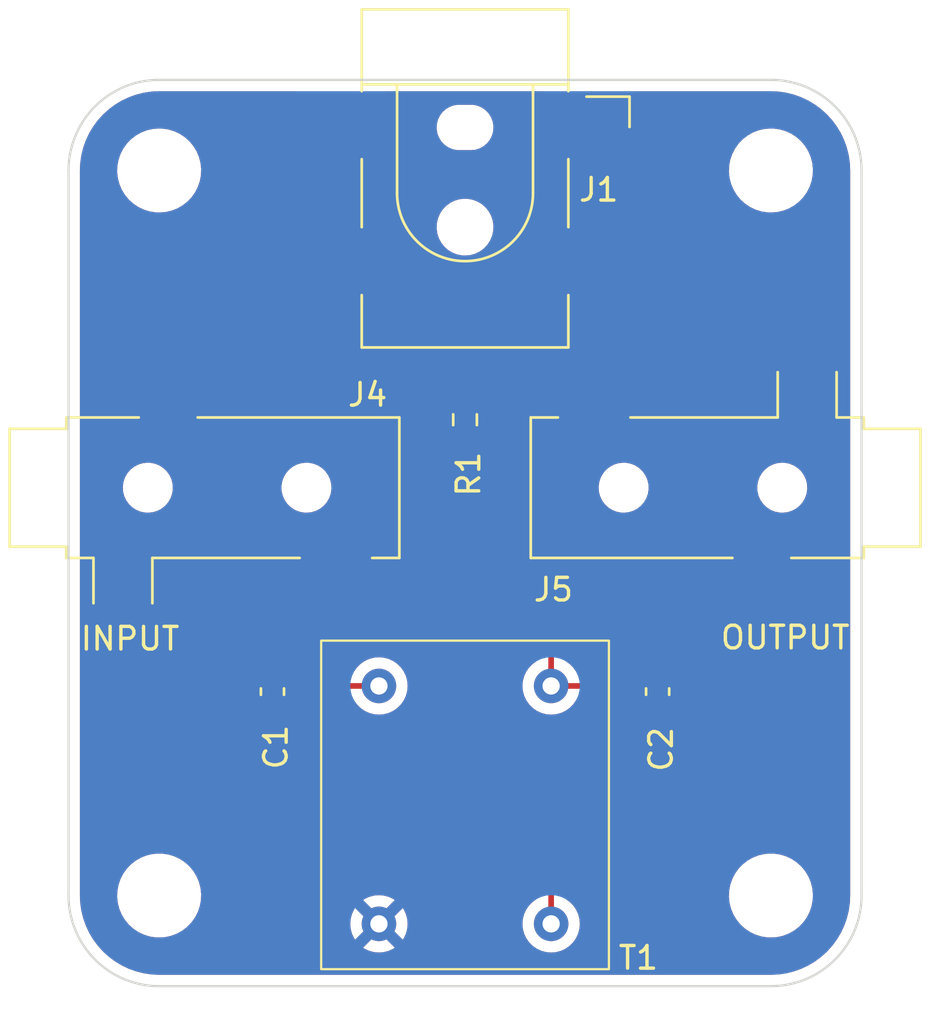
<source format=kicad_pcb>
(kicad_pcb (version 20221018) (generator pcbnew)
  (layers (0 "F.Cu" signal) (31 "B.Cu" signal) (34 "B.Paste" user) (35 "F.Paste" user) (36 "B.SilkS" user "B.Silkscreen") (37 "F.SilkS" user "F.Silkscreen") (38 "B.Mask" user) (39 "F.Mask" user) (44 "Edge.Cuts" user))
  (net 0 "")
  (net 1 "Net-(T1-AA)")
  (net 2 "MIC+")
  (net 3 "OUT_R")
  (net 4 "OUT_T")
  (net 6 "MIC-")
  (net 8 "+12V")
  (footprint "MountingHole:MountingHole_3.2mm_M3" (layer "F.Cu") (at 31 36)
    (fp_text reference "H4" (at -0.1 0.05) (layer "F.SilkS"))
    (fp_text value "MountingHole")
    (pad "" np_thru_hole circle (at 0 0) (size 3.2 3.2) (drill 3.2) (layers "*.Cu" "*.Mask"))
  )
  (footprint "Connector_Audio:Jack_3.5mm_CUI_SJ-3523-SMT_Horizontal" (layer "F.Cu") (at 6 18 90)
    (fp_text reference "J4" (at 4.1 7.2 180) (layer "F.SilkS"))
    (fp_text value "AudioJack3")
    (fp_line (start -3.1 -6.1) (end -2.6 -6.1) (stroke (width 0.12)) (layer "F.SilkS"))
    (fp_line (start -3.1 -4.9) (end -5.1 -4.9) (stroke (width 0.12)) (layer "F.SilkS"))
    (fp_line (start -3.1 -4.9) (end -3.1 -6.1) (stroke (width 0.12)) (layer "F.SilkS"))
    (fp_line (start -3.1 -2.3) (end -5.1 -2.3) (stroke (width 0.12)) (layer "F.SilkS"))
    (fp_line (start -3.1 4.2) (end -3.1 -2.3) (stroke (width 0.12)) (layer "F.SilkS"))
    (fp_line (start -3.1 8.6) (end -3.1 7.4) (stroke (width 0.12)) (layer "F.SilkS"))
    (fp_line (start -2.6 -8.6) (end 2.6 -8.6) (stroke (width 0.12)) (layer "F.SilkS"))
    (fp_line (start -2.6 -6.1) (end -2.6 -8.6) (stroke (width 0.12)) (layer "F.SilkS"))
    (fp_line (start 2.6 -8.6) (end 2.6 -6.1) (stroke (width 0.12)) (layer "F.SilkS"))
    (fp_line (start 2.6 -6.1) (end 3.1 -6.1) (stroke (width 0.12)) (layer "F.SilkS"))
    (fp_line (start 3.1 -6.1) (end 3.1 -2.9) (stroke (width 0.12)) (layer "F.SilkS"))
    (fp_line (start 3.1 -0.3) (end 3.1 8.6) (stroke (width 0.12)) (layer "F.SilkS"))
    (fp_line (start 3.1 8.6) (end -3.1 8.6) (stroke (width 0.12)) (layer "F.SilkS"))
    (pad "" np_thru_hole circle (at 0 -2.5 90) (size 1.7 1.7) (drill 1.7) (layers "*.Cu" "*.Mask"))
    (pad "" np_thru_hole circle (at 0 4.5 90) (size 1.7 1.7) (drill 1.7) (layers "*.Cu" "*.Mask"))
    (pad "R" smd rect (at 3.7 -1.6 90) (size 2.8 2.2) (layers "F.Cu" "F.Paste" "F.Mask"))
    (pad "S" smd rect (at -3.7 -3.6 90) (size 2.8 2.2) (layers "F.Cu" "F.Paste" "F.Mask") (net 6 "MIC-"))
    (pad "T" smd rect (at -3.7 5.8 90) (size 2.8 2.8) (layers "F.Cu" "F.Paste" "F.Mask") (net 2 "MIC+"))
  )
  (footprint "Capacitor_SMD:C_0603_1608Metric" (layer "F.Cu") (at 9 27 90)
    (fp_text reference "C1" (at -2.45 0.15 90) (layer "F.SilkS"))
    (fp_text value "1u")
    (fp_line (start -0.14058 -0.51) (end 0.14058 -0.51) (stroke (width 0.12)) (layer "F.SilkS"))
    (fp_line (start -0.14058 0.51) (end 0.14058 0.51) (stroke (width 0.12)) (layer "F.SilkS"))
    (pad "1" smd roundrect (at -0.775 0 90) (size 0.9 0.95) (layers "F.Cu" "F.Paste" "F.Mask") (net 1 "Net-(T1-AA)"))
    (pad "2" smd roundrect (at 0.775 0 90) (size 0.9 0.95) (layers "F.Cu" "F.Paste" "F.Mask") (net 2 "MIC+"))
  )
  (footprint "MountingHole:MountingHole_3.2mm_M3" (layer "F.Cu") (at 4 4)
    (fp_text reference "H1" (at 0.25 -0.25) (layer "F.SilkS"))
    (fp_text value "MountingHole")
    (pad "" np_thru_hole circle (at 0 0) (size 3.2 3.2) (drill 3.2) (layers "*.Cu" "*.Mask"))
  )
  (footprint "Connector_Audio:Jack_3.5mm_CUI_SJ-3523-SMT_Horizontal" (layer "F.Cu") (at 29 18 -90)
    (fp_text reference "J5" (at 4.5 7.6 -180) (layer "F.SilkS"))
    (fp_text value "AudioJack3")
    (fp_line (start -3.1 -6.1) (end -2.6 -6.1) (stroke (width 0.12)) (layer "F.SilkS"))
    (fp_line (start -3.1 -4.9) (end -5.1 -4.9) (stroke (width 0.12)) (layer "F.SilkS"))
    (fp_line (start -3.1 -4.9) (end -3.1 -6.1) (stroke (width 0.12)) (layer "F.SilkS"))
    (fp_line (start -3.1 -2.3) (end -5.1 -2.3) (stroke (width 0.12)) (layer "F.SilkS"))
    (fp_line (start -3.1 4.2) (end -3.1 -2.3) (stroke (width 0.12)) (layer "F.SilkS"))
    (fp_line (start -3.1 8.6) (end -3.1 7.4) (stroke (width 0.12)) (layer "F.SilkS"))
    (fp_line (start -2.6 -8.6) (end 2.6 -8.6) (stroke (width 0.12)) (layer "F.SilkS"))
    (fp_line (start -2.6 -6.1) (end -2.6 -8.6) (stroke (width 0.12)) (layer "F.SilkS"))
    (fp_line (start 2.6 -8.6) (end 2.6 -6.1) (stroke (width 0.12)) (layer "F.SilkS"))
    (fp_line (start 2.6 -6.1) (end 3.1 -6.1) (stroke (width 0.12)) (layer "F.SilkS"))
    (fp_line (start 3.1 -6.1) (end 3.1 -2.9) (stroke (width 0.12)) (layer "F.SilkS"))
    (fp_line (start 3.1 -0.3) (end 3.1 8.6) (stroke (width 0.12)) (layer "F.SilkS"))
    (fp_line (start 3.1 8.6) (end -3.1 8.6) (stroke (width 0.12)) (layer "F.SilkS"))
    (pad "" np_thru_hole circle (at 0 -2.5 270) (size 1.7 1.7) (drill 1.7) (layers "*.Cu" "*.Mask"))
    (pad "" np_thru_hole circle (at 0 4.5 270) (size 1.7 1.7) (drill 1.7) (layers "*.Cu" "*.Mask"))
    (pad "R" smd rect (at 3.7 -1.6 270) (size 2.8 2.2) (layers "F.Cu" "F.Paste" "F.Mask"))
    (pad "S" smd rect (at -3.7 -3.6 270) (size 2.8 2.2) (layers "F.Cu" "F.Paste" "F.Mask") (net 3 "OUT_R"))
    (pad "T" smd rect (at -3.7 5.8 270) (size 2.8 2.8) (layers "F.Cu" "F.Paste" "F.Mask") (net 4 "OUT_T"))
  )
  (footprint "AlexCustom:EI14" (layer "F.Cu") (at 17.5 32 -90)
    (fp_text reference "T1" (at 6.75 -7.65 unlocked) (layer "F.SilkS"))
    (fp_text value "Transformer_1P_1S")
    (fp_rect (start -7.25 -6.35) (end 7.25 6.35) (stroke (width 0.1)) (fill none) (layer "F.SilkS"))
    (pad "1" thru_hole circle (at -5.25 3.8 270) (size 1.524 1.524) (drill 0.762) (layers "*.Cu" "*.Mask") (net 1 "Net-(T1-AA)"))
    (pad "2" thru_hole circle (at 5.25 3.8 270) (size 1.524 1.524) (drill 0.762) (layers "*.Cu" "*.Mask") (net 6 "MIC-"))
    (pad "3" thru_hole circle (at 5.25 -3.8 270) (size 1.524 1.524) (drill 0.762) (layers "*.Cu" "*.Mask") (net 3 "OUT_R"))
    (pad "4" thru_hole circle (at -5.25 -3.8 270) (size 1.524 1.524) (drill 0.762) (layers "*.Cu" "*.Mask") (net 4 "OUT_T"))
  )
  (footprint "Capacitor_SMD:C_0603_1608Metric" (layer "F.Cu") (at 26 27 90)
    (fp_text reference "C2" (at -2.55 0.15 90) (layer "F.SilkS"))
    (fp_text value "0.1u")
    (fp_line (start -0.14058 -0.51) (end 0.14058 -0.51) (stroke (width 0.12)) (layer "F.SilkS"))
    (fp_line (start -0.14058 0.51) (end 0.14058 0.51) (stroke (width 0.12)) (layer "F.SilkS"))
    (pad "1" smd roundrect (at -0.775 0 90) (size 0.9 0.95) (layers "F.Cu" "F.Paste" "F.Mask") (net 3 "OUT_R"))
    (pad "2" smd roundrect (at 0.775 0 90) (size 0.9 0.95) (layers "F.Cu" "F.Paste" "F.Mask") (net 4 "OUT_T"))
  )
  (footprint "MountingHole:MountingHole_3.2mm_M3" (layer "F.Cu") (at 31 4)
    (fp_text reference "H2" (at 0.05 0.15) (layer "F.SilkS"))
    (fp_text value "MountingHole")
    (pad "" np_thru_hole circle (at 0 0) (size 3.2 3.2) (drill 3.2) (layers "*.Cu" "*.Mask"))
  )
  (footprint "Connector_BarrelJack:BarrelJack_CLIFF_FC681465S_SMT_Horizontal" (layer "F.Cu") (at 17.5 5 -90)
    (fp_text reference "J1" (at -0.15 -5.9 -180) (layer "F.SilkS"))
    (fp_text value "Barrel_Jack_Switch")
    (fp_line (start -8.11 -4.56) (end -4.5 -4.56) (stroke (width 0.12)) (layer "F.SilkS"))
    (fp_line (start -8.11 4.56) (end -8.11 -4.56) (stroke (width 0.12)) (layer "F.SilkS"))
    (fp_line (start -8.11 4.56) (end -4.5 4.56) (stroke (width 0.12)) (layer "F.SilkS"))
    (fp_line (start -4.8 -3) (end 0 -3) (stroke (width 0.12)) (layer "F.SilkS"))
    (fp_line (start -4.8 3) (end 0 3) (stroke (width 0.12)) (layer "F.SilkS"))
    (fp_line (start -4.8 4.56) (end -4.8 -4.56) (stroke (width 0.12)) (layer "F.SilkS"))
    (fp_line (start -4.26 -7.26) (end -4.26 -5.36) (stroke (width 0.12)) (layer "F.SilkS"))
    (fp_line (start -2.92 -7.26) (end -4.26 -7.26) (stroke (width 0.12)) (layer "F.SilkS"))
    (fp_line (start -1.5 -4.56) (end 1.5 -4.56) (stroke (width 0.12)) (layer "F.SilkS"))
    (fp_line (start -1.5 4.56) (end 1.5 4.56) (stroke (width 0.12)) (layer "F.SilkS"))
    (fp_line (start 4.5 -4.56) (end 6.81 -4.56) (stroke (width 0.12)) (layer "F.SilkS"))
    (fp_line (start 4.5 4.56) (end 6.81 4.56) (stroke (width 0.12)) (layer "F.SilkS"))
    (fp_line (start 6.81 4.56) (end 6.81 -4.56) (stroke (width 0.12)) (layer "F.SilkS"))
    (fp_arc (start 0 -3) (mid 3 0) (end 0 3) (stroke (width 0.12)) (layer "F.SilkS"))
    (pad "" np_thru_hole oval (at -2.9 0) (size 2 1.5) (drill oval 2 1.5) (layers "*.Cu" "*.Mask"))
    (pad "" np_thru_hole circle (at 1.5 0) (size 2 2) (drill 2) (layers "*.Cu" "*.Mask"))
    (pad "1" smd rect (at -3 -5.5) (size 3 2) (layers "F.Cu" "F.Paste" "F.Mask") (net 8 "+12V"))
    (pad "1" smd rect (at 3 -5.5) (size 3 2) (layers "F.Cu" "F.Paste" "F.Mask") (net 8 "+12V"))
    (pad "2" smd rect (at 3 5.5) (size 3 2) (layers "F.Cu" "F.Paste" "F.Mask") (net 6 "MIC-"))
    (pad "3" smd rect (at -3 5.5) (size 3 2) (layers "F.Cu" "F.Paste" "F.Mask") (net 6 "MIC-"))
  )
  (footprint "Resistor_SMD:R_0603_1608Metric" (layer "F.Cu") (at 17.5 15 90)
    (fp_text reference "R1" (at -2.4 0.15 90) (layer "F.SilkS"))
    (fp_text value "220")
    (fp_line (start -0.237258 -0.5225) (end 0.237258 -0.5225) (stroke (width 0.12)) (layer "F.SilkS"))
    (fp_line (start -0.237258 0.5225) (end 0.237258 0.5225) (stroke (width 0.12)) (layer "F.SilkS"))
    (pad "1" smd roundrect (at -0.825 0 90) (size 0.8 0.95) (layers "F.Cu" "F.Paste" "F.Mask") (net 2 "MIC+"))
    (pad "2" smd roundrect (at 0.825 0 90) (size 0.8 0.95) (layers "F.Cu" "F.Paste" "F.Mask") (net 8 "+12V"))
  )
  (footprint "MountingHole:MountingHole_3.2mm_M3" (layer "F.Cu") (at 4 36)
    (fp_text reference "H3" (at -0.05 0.1) (layer "F.SilkS"))
    (fp_text value "MountingHole")
    (pad "" np_thru_hole circle (at 0 0) (size 3.2 3.2) (drill 3.2) (layers "*.Cu" "*.Mask"))
  )
  (gr_arc (start 35 36) (mid 33.828427 38.828427) (end 31 40) (stroke (width 0.1)) (layer "Edge.Cuts"))
  (gr_arc (start 0 4) (mid 1.171573 1.171573) (end 4 0) (stroke (width 0.1)) (layer "Edge.Cuts"))
  (gr_line (start 0 36) (end 0 4) (stroke (width 0.1)) (layer "Edge.Cuts"))
  (gr_arc (start 4 40) (mid 1.171573 38.828427) (end 0 36) (stroke (width 0.1)) (layer "Edge.Cuts"))
  (gr_line (start 35 4) (end 35 36) (stroke (width 0.1)) (layer "Edge.Cuts"))
  (gr_arc (start 31 0) (mid 33.828427 1.171573) (end 35 4) (stroke (width 0.1)) (layer "Edge.Cuts"))
  (gr_line (start 4 0) (end 31 0) (stroke (width 0.1)) (layer "Edge.Cuts"))
  (gr_line (start 31 40) (end 4 40) (stroke (width 0.1)) (layer "Edge.Cuts"))
  (gr_text "OUTPUT" (at 28.7 25.2) (layer "F.SilkS") (effects (font (size 1 1)) (justify left bottom)))
  (gr_text "INPUT" (at 0.45 25.25) (layer "F.SilkS") (effects (font (size 1 1)) (justify left bottom)))
  (segment (start 12.1 26.75) (end 11.15 27.7) (width 0.25) (layer "F.Cu") (net 1))
  (segment (start 13.7 26.75) (end 12.1 26.75) (width 0.25) (layer "F.Cu") (net 1))
  (segment (start 11.15 27.7) (end 9.075 27.7) (width 0.25) (layer "F.Cu") (net 1))
  (segment (start 9.075 27.7) (end 9 27.775) (width 0.25) (layer "F.Cu") (net 1))
  (segment (start 11.8 23.425) (end 9 26.225) (width 0.2) (layer "F.Cu") (net 2))
  (segment (start 17.5 16) (end 11.8 21.7) (width 0.2) (layer "F.Cu") (net 2))
  (segment (start 17.5 15.825) (end 17.5 16) (width 0.2) (layer "F.Cu") (net 2))
  (segment (start 11.8 21.7) (end 11.8 23.425) (width 0.2) (layer "F.Cu") (net 2))
  (segment (start 32 14.3) (end 27.8 18.5) (width 0.25) (layer "F.Cu") (net 3))
  (segment (start 32.6 14.3) (end 32 14.3) (width 0.25) (layer "F.Cu") (net 3))
  (segment (start 27.8 25.975) (end 26 27.775) (width 0.25) (layer "F.Cu") (net 3))
  (segment (start 27.8 18.5) (end 27.8 25.975) (width 0.25) (layer "F.Cu") (net 3))
  (segment (start 21.3 32.475) (end 26 27.775) (width 0.25) (layer "F.Cu") (net 3))
  (segment (start 21.3 37.25) (end 21.3 32.475) (width 0.25) (layer "F.Cu") (net 3))
  (segment (start 21.3 26.75) (end 21.3 16.2) (width 0.25) (layer "F.Cu") (net 4))
  (segment (start 23.45 26.75) (end 23.975 26.225) (width 0.25) (layer "F.Cu") (net 4))
  (segment (start 21.3 16.2) (end 23.2 14.3) (width 0.25) (layer "F.Cu") (net 4))
  (segment (start 23.975 26.225) (end 26 26.225) (width 0.25) (layer "F.Cu") (net 4))
  (segment (start 21.3 26.75) (end 23.45 26.75) (width 0.25) (layer "F.Cu") (net 4))
  (segment (start 23 2) (end 23 8) (width 0.25) (layer "F.Cu") (net 8))
  (segment (start 17.5 13.5) (end 17.5 14.175) (width 0.25) (layer "F.Cu") (net 8))
  (segment (start 23 8) (end 17.5 13.5) (width 0.25) (layer "F.Cu") (net 8))
  (zone (net 6) (net_name "MIC-") (layers "F&B.Cu") (connect_pads (clearance 0.5)) (min_thickness 0.25) (fill yes (thermal_gap 0.5) (thermal_bridge_width 0.5))
    (polygon (pts (xy -2.54 -2.54) (xy -2.24 41.58) (xy 37.55 41.68) (xy 37.25 -2.44)))
  )
)
</source>
